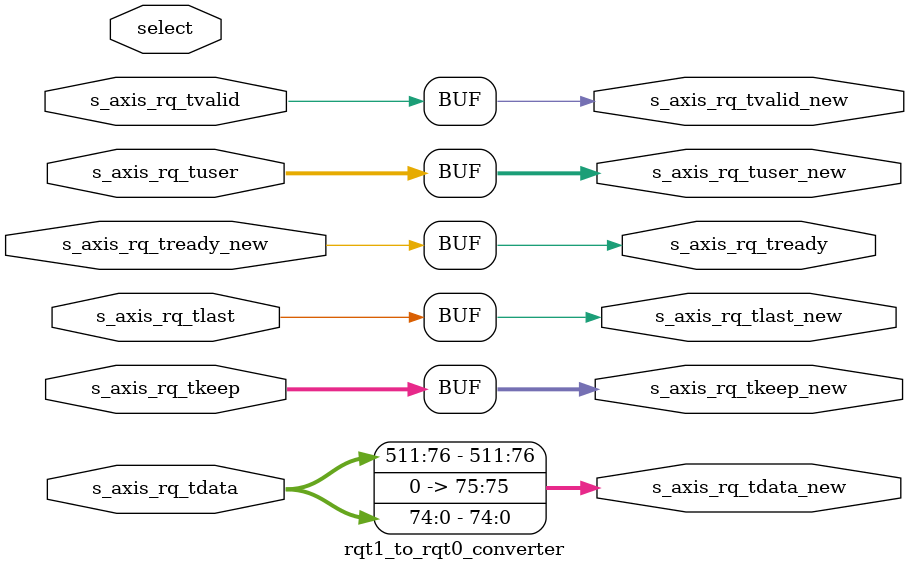
<source format=sv>
`timescale 1ns / 1ps


module rqt1_to_rqt0_converter #(
    parameter IF_WIDTH = 512,
    parameter TKEEP_WIDTH = 16,
    parameter RQ_TUSER_WIDTH = 183
) (
    input logic [1:0] select,

    input logic [IF_WIDTH-1 : 0] s_axis_rq_tdata,
    input logic [TKEEP_WIDTH - 1 : 0] s_axis_rq_tkeep,
    input logic s_axis_rq_tlast,
    output logic s_axis_rq_tready,
    input logic [RQ_TUSER_WIDTH-1 : 0] s_axis_rq_tuser,
    input logic s_axis_rq_tvalid,

    output logic [IF_WIDTH-1 : 0] s_axis_rq_tdata_new,
    output logic [TKEEP_WIDTH - 1 : 0] s_axis_rq_tkeep_new,
    output logic s_axis_rq_tlast_new,
    input logic s_axis_rq_tready_new,
    output logic [RQ_TUSER_WIDTH-1 : 0] s_axis_rq_tuser_new,
    output logic s_axis_rq_tvalid_new
);

  always_comb begin
    s_axis_rq_tready = s_axis_rq_tready_new;
    s_axis_rq_tkeep_new = s_axis_rq_tkeep;
    s_axis_rq_tlast_new = s_axis_rq_tlast;
    s_axis_rq_tuser_new = s_axis_rq_tuser;
    s_axis_rq_tvalid_new = s_axis_rq_tvalid;
    s_axis_rq_tdata_new = s_axis_rq_tdata;
    s_axis_rq_tdata_new[75] = 1'b0;  // Change type 1 to type 0
  end

endmodule

</source>
